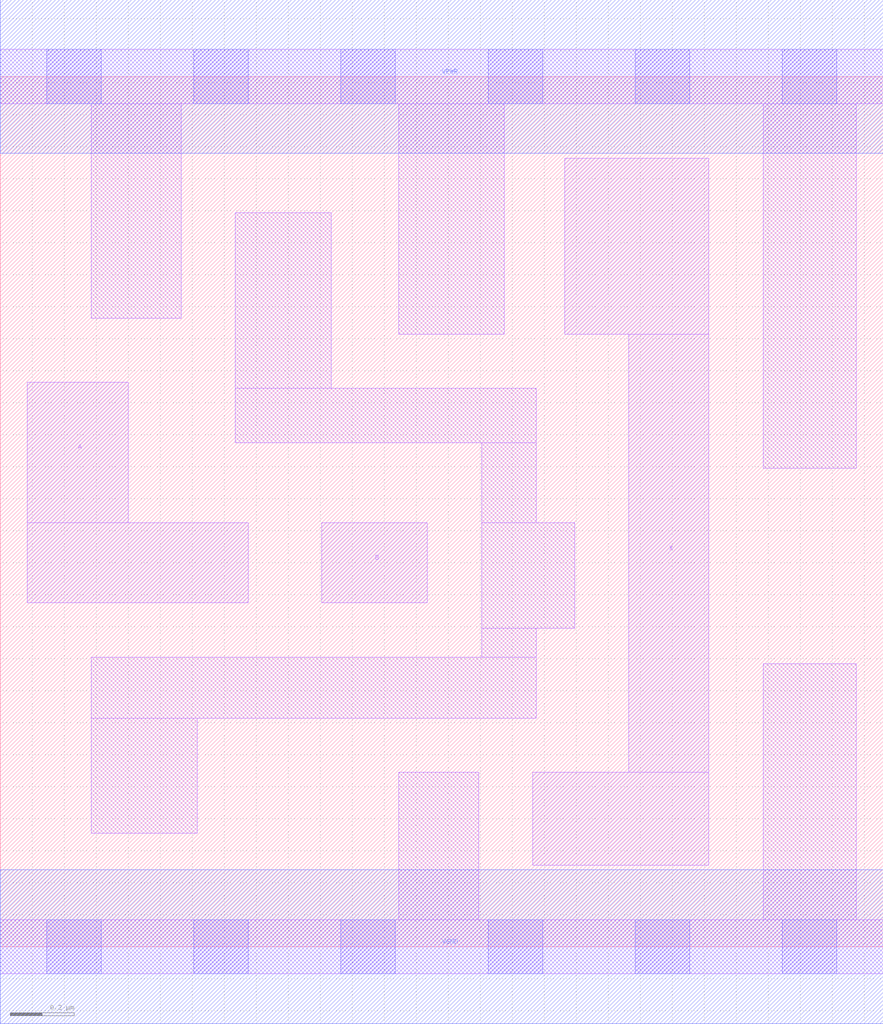
<source format=lef>
# Copyright 2020 The SkyWater PDK Authors
#
# Licensed under the Apache License, Version 2.0 (the "License");
# you may not use this file except in compliance with the License.
# You may obtain a copy of the License at
#
#     https://www.apache.org/licenses/LICENSE-2.0
#
# Unless required by applicable law or agreed to in writing, software
# distributed under the License is distributed on an "AS IS" BASIS,
# WITHOUT WARRANTIES OR CONDITIONS OF ANY KIND, either express or implied.
# See the License for the specific language governing permissions and
# limitations under the License.
#
# SPDX-License-Identifier: Apache-2.0

VERSION 5.7 ;
  NAMESCASESENSITIVE ON ;
  NOWIREEXTENSIONATPIN ON ;
  DIVIDERCHAR "/" ;
  BUSBITCHARS "[]" ;
UNITS
  DATABASE MICRONS 200 ;
END UNITS
MACRO sky130_fd_sc_hd__and2_2
  CLASS CORE ;
  FOREIGN sky130_fd_sc_hd__and2_2 ;
  ORIGIN  0.000000  0.000000 ;
  SIZE  2.760000 BY  2.720000 ;
  SYMMETRY X Y R90 ;
  SITE unithd ;
  PIN A
    ANTENNAGATEAREA  0.126000 ;
    DIRECTION INPUT ;
    USE SIGNAL ;
    PORT
      LAYER li1 ;
        RECT 0.085000 1.075000 0.775000 1.325000 ;
        RECT 0.085000 1.325000 0.400000 1.765000 ;
    END
  END A
  PIN B
    ANTENNAGATEAREA  0.126000 ;
    DIRECTION INPUT ;
    USE SIGNAL ;
    PORT
      LAYER li1 ;
        RECT 1.005000 1.075000 1.335000 1.325000 ;
    END
  END B
  PIN X
    ANTENNADIFFAREA  0.643500 ;
    DIRECTION OUTPUT ;
    USE SIGNAL ;
    PORT
      LAYER li1 ;
        RECT 1.665000 0.255000 2.215000 0.545000 ;
        RECT 1.765000 1.915000 2.215000 2.465000 ;
        RECT 1.965000 0.545000 2.215000 1.915000 ;
    END
  END X
  PIN VGND
    DIRECTION INOUT ;
    SHAPE ABUTMENT ;
    USE GROUND ;
    PORT
      LAYER met1 ;
        RECT 0.000000 -0.240000 2.760000 0.240000 ;
    END
  END VGND
  PIN VPWR
    DIRECTION INOUT ;
    SHAPE ABUTMENT ;
    USE POWER ;
    PORT
      LAYER met1 ;
        RECT 0.000000 2.480000 2.760000 2.960000 ;
    END
  END VPWR
  OBS
    LAYER li1 ;
      RECT 0.000000 -0.085000 2.760000 0.085000 ;
      RECT 0.000000  2.635000 2.760000 2.805000 ;
      RECT 0.285000  0.355000 0.615000 0.715000 ;
      RECT 0.285000  0.715000 1.675000 0.905000 ;
      RECT 0.285000  1.965000 0.565000 2.635000 ;
      RECT 0.735000  1.575000 1.675000 1.745000 ;
      RECT 0.735000  1.745000 1.035000 2.295000 ;
      RECT 1.245000  0.085000 1.495000 0.545000 ;
      RECT 1.245000  1.915000 1.575000 2.635000 ;
      RECT 1.505000  0.905000 1.675000 0.995000 ;
      RECT 1.505000  0.995000 1.795000 1.325000 ;
      RECT 1.505000  1.325000 1.675000 1.575000 ;
      RECT 2.385000  0.085000 2.675000 0.885000 ;
      RECT 2.385000  1.495000 2.675000 2.635000 ;
    LAYER mcon ;
      RECT 0.145000 -0.085000 0.315000 0.085000 ;
      RECT 0.145000  2.635000 0.315000 2.805000 ;
      RECT 0.605000 -0.085000 0.775000 0.085000 ;
      RECT 0.605000  2.635000 0.775000 2.805000 ;
      RECT 1.065000 -0.085000 1.235000 0.085000 ;
      RECT 1.065000  2.635000 1.235000 2.805000 ;
      RECT 1.525000 -0.085000 1.695000 0.085000 ;
      RECT 1.525000  2.635000 1.695000 2.805000 ;
      RECT 1.985000 -0.085000 2.155000 0.085000 ;
      RECT 1.985000  2.635000 2.155000 2.805000 ;
      RECT 2.445000 -0.085000 2.615000 0.085000 ;
      RECT 2.445000  2.635000 2.615000 2.805000 ;
  END
END sky130_fd_sc_hd__and2_2
END LIBRARY

</source>
